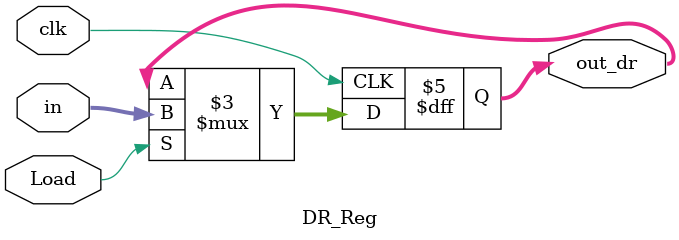
<source format=v>
module DR_Reg( 
    input clk, Load,
    input [7:0] in,
    output reg [7:0] out_dr
); 
initial begin 
    out_dr = 8'h63; 
end 

always @(posedge clk) begin 
    if (Load) begin 
        out_dr <= in; 
    end
end
endmodule

</source>
